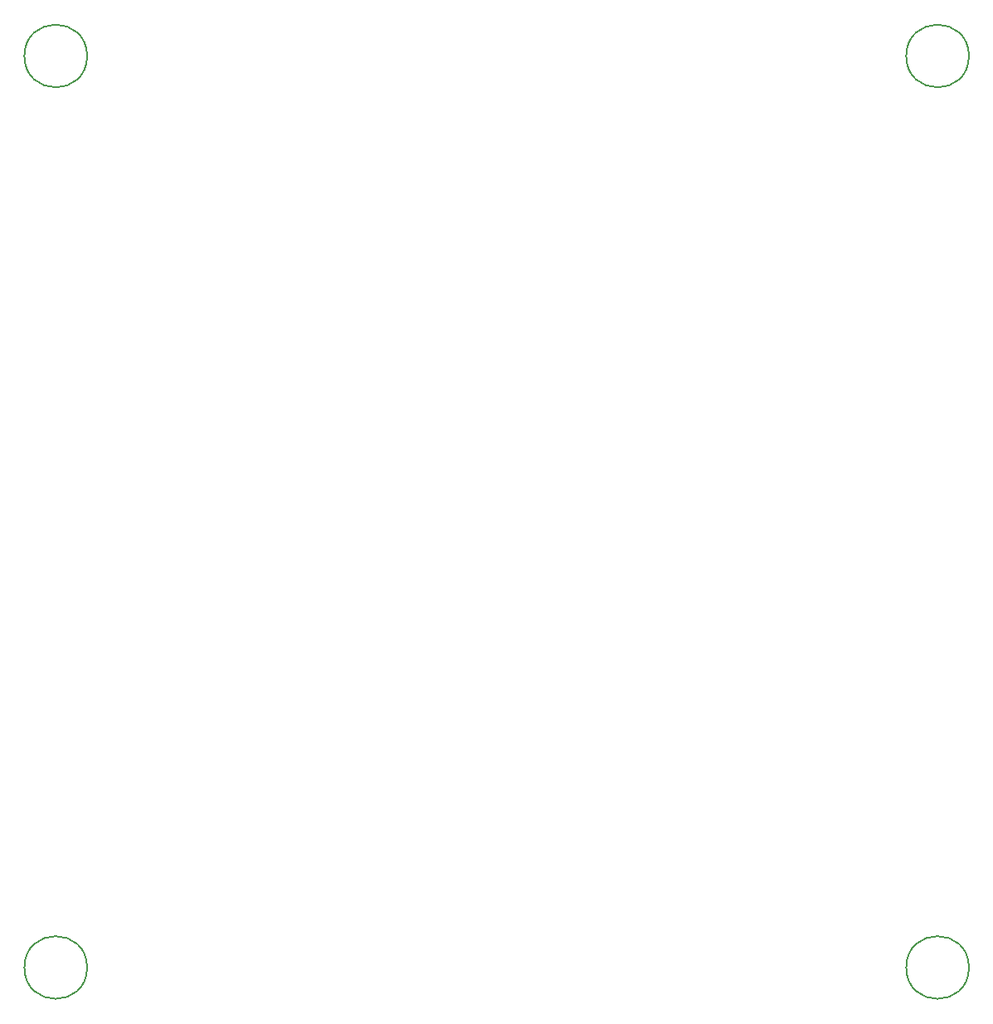
<source format=gbr>
%TF.GenerationSoftware,KiCad,Pcbnew,7.0.7*%
%TF.CreationDate,2023-10-03T08:45:34+02:00*%
%TF.ProjectId,frontPanel,66726f6e-7450-4616-9e65-6c2e6b696361,rev?*%
%TF.SameCoordinates,Original*%
%TF.FileFunction,Other,Comment*%
%FSLAX46Y46*%
G04 Gerber Fmt 4.6, Leading zero omitted, Abs format (unit mm)*
G04 Created by KiCad (PCBNEW 7.0.7) date 2023-10-03 08:45:34*
%MOMM*%
%LPD*%
G01*
G04 APERTURE LIST*
%ADD10C,0.150000*%
G04 APERTURE END LIST*
D10*
%TO.C,REF\u002A\u002A*%
X179215000Y-52327731D02*
G75*
G03*
X179215000Y-52327731I-3200000J0D01*
G01*
X89215000Y-145327731D02*
G75*
G03*
X89215000Y-145327731I-3200000J0D01*
G01*
X179215000Y-145327731D02*
G75*
G03*
X179215000Y-145327731I-3200000J0D01*
G01*
X89215000Y-52327731D02*
G75*
G03*
X89215000Y-52327731I-3200000J0D01*
G01*
%TD*%
M02*

</source>
